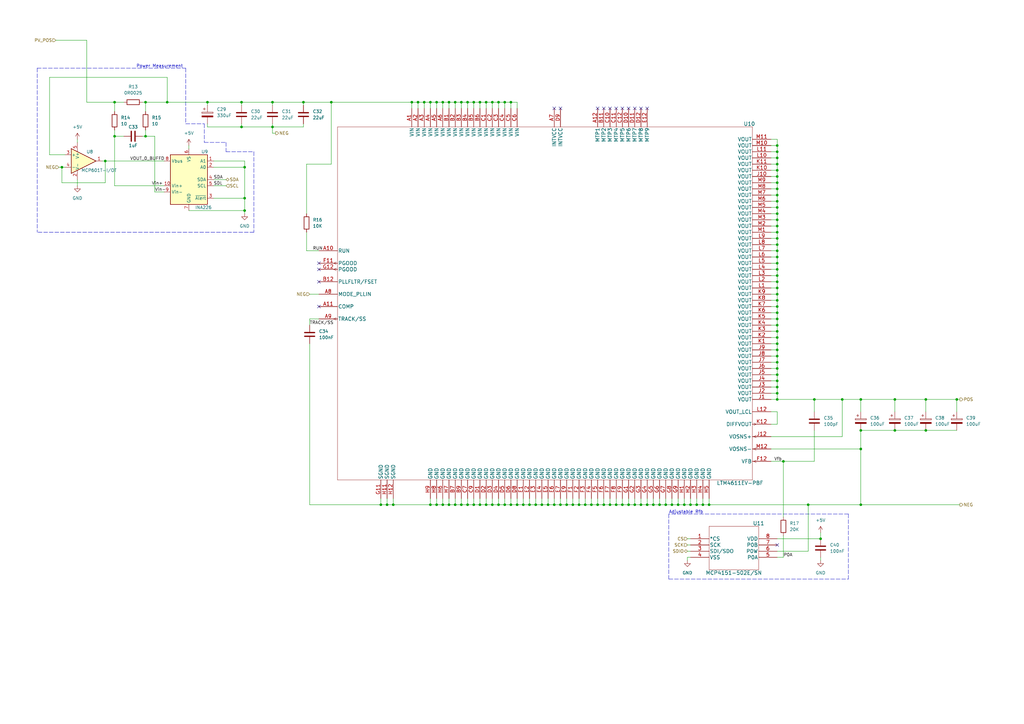
<source format=kicad_sch>
(kicad_sch (version 20211123) (generator eeschema)
  (paper "A3")
  (lib_symbols
    (symbol "Amplifier_Operational:MCP601-xOT" (pin_names (offset 0.127))
      (property "Reference" "U" (at -1.27 6.35 0))
      (property "Value" "MCP601-xOT" (at -1.27 3.81 0))
      (symbol "MCP601-xOT_0_1"
        (polyline (pts (xy -5.08 5.08) (xy 5.08 0) (xy -5.08 -5.08) (xy -5.08 5.08)) (stroke (width 0.254)) (fill (type background)))
        (pin power_in line (at -2.54 -7.62 90) (length 3.81) (name "V-") (number "2"))
        (pin power_in line (at -2.54 7.62 270) (length 3.81) (name "V+") (number "5"))
      )
      (symbol "MCP601-xOT_1_1"
        (pin output line (at 7.62 0 180) (length 2.54) (name "~") (number "1"))
        (pin input line (at -7.62 2.54 0) (length 2.54) (name "+") (number "3"))
        (pin input line (at -7.62 -2.54 0) (length 2.54) (name "-") (number "4"))
      )
    )
    (symbol "Analog_ADC:INA226"
      (property "Reference" "U" (at -6.35 11.43 0))
      (property "Value" "INA226" (at 3.81 11.43 0))
      (symbol "INA226_0_1"
        (rectangle (start 7.62 10.16) (end -7.62 -10.16) (stroke (width 0.254)) (fill (type background)))
      )
      (symbol "INA226_1_1"
        (pin input line (at 10.16 7.62 180) (length 2.54) (name "A1") (number "1"))
        (pin input line (at -10.16 -2.54 0) (length 2.54) (name "Vin+") (number "10"))
        (pin input line (at 10.16 5.08 180) (length 2.54) (name "A0") (number "2"))
        (pin open_collector line (at 10.16 -7.62 180) (length 2.54) (name "~{Alert}") (number "3"))
        (pin bidirectional line (at 10.16 0 180) (length 2.54) (name "SDA") (number "4"))
        (pin input line (at 10.16 -2.54 180) (length 2.54) (name "SCL") (number "5"))
        (pin power_in line (at 0 12.7 270) (length 2.54) (name "VS") (number "6"))
        (pin power_in line (at 0 -12.7 90) (length 2.54) (name "GND") (number "7"))
        (pin input line (at -10.16 7.62 0) (length 2.54) (name "Vbus") (number "8"))
        (pin input line (at -10.16 -5.08 0) (length 2.54) (name "Vin-") (number "9"))
      )
    )
    (symbol "Device:C" (pin_numbers hide) (pin_names (offset 0.254))
      (property "Reference" "C" (at 0.635 2.54 0))
      (property "Value" "C" (at 0.635 -2.54 0))
      (symbol "C_0_1"
        (polyline (pts (xy -2.032 -0.762) (xy 2.032 -0.762)) (stroke (width 0.508)))
        (polyline (pts (xy -2.032 0.762) (xy 2.032 0.762)) (stroke (width 0.508)))
      )
      (symbol "C_1_1"
        (pin passive line (at 0 3.81 270) (length 2.794) (name "~") (number "1"))
        (pin passive line (at 0 -3.81 90) (length 2.794) (name "~") (number "2"))
      )
    )
    (symbol "Device:C_Polarized" (pin_numbers hide) (pin_names (offset 0.254))
      (property "Reference" "C" (at 0.635 2.54 0))
      (property "Value" "C_Polarized" (at 0.635 -2.54 0))
      (symbol "C_Polarized_0_1"
        (rectangle (start -2.286 0.508) (end 2.286 1.016))
        (polyline (pts (xy -1.778 2.286) (xy -0.762 2.286)))
        (polyline (pts (xy -1.27 2.794) (xy -1.27 1.778)))
        (rectangle (start 2.286 -0.508) (end -2.286 -1.016) (fill (type outline)))
      )
      (symbol "C_Polarized_1_1"
        (pin passive line (at 0 3.81 270) (length 2.794) (name "~") (number "1"))
        (pin passive line (at 0 -3.81 90) (length 2.794) (name "~") (number "2"))
      )
    )
    (symbol "Device:R" (pin_numbers hide) (pin_names (offset 0))
      (property "Reference" "R" (at 2.032 0 90))
      (property "Value" "R" (at 0 0 90))
      (symbol "R_0_1"
        (rectangle (start -1.016 -2.54) (end 1.016 2.54) (stroke (width 0.254)))
      )
      (symbol "R_1_1"
        (pin passive line (at 0 3.81 270) (length 1.27) (name "~") (number "1"))
        (pin passive line (at 0 -3.81 90) (length 1.27) (name "~") (number "2"))
      )
    )
    (symbol "LTM4611EV:LTM4611EV-PBF" (pin_names (offset 0.254))
      (property "Reference" "U" (at 7.62 55.88 0))
      (property "Value" "LTM4611EV-PBF" (at 7.62 53.34 0))
      (symbol "LTM4611EV-PBF_1_1"
        (polyline (pts (xy 7.112 -28.448) (xy 6.0452 -27.94)) (stroke (width 0.127)))
        (polyline (pts (xy 7.112 -27.432) (xy 6.0452 -27.94)) (stroke (width 0.127)))
        (polyline (pts (xy 7.112 -8.128) (xy 6.0452 -7.62)) (stroke (width 0.127)))
        (polyline (pts (xy 7.112 -7.112) (xy 6.0452 -7.62)) (stroke (width 0.127)))
        (polyline (pts (xy 7.112 -5.588) (xy 6.0452 -5.08)) (stroke (width 0.127)))
        (polyline (pts (xy 7.112 -4.572) (xy 6.0452 -5.08)) (stroke (width 0.127)))
        (polyline (pts (xy 7.62 -93.98) (xy 177.8 -93.98)) (stroke (width 0.127)))
        (polyline (pts (xy 7.62 50.8) (xy 7.62 -93.98)) (stroke (width 0.127)))
        (polyline (pts (xy 177.8 -93.98) (xy 177.8 50.8)) (stroke (width 0.127)))
        (polyline (pts (xy 177.8 50.8) (xy 7.62 50.8)) (stroke (width 0.127)))
        (polyline (pts (xy 178.308 -86.36) (xy 179.3748 -86.868)) (stroke (width 0.127)))
        (polyline (pts (xy 178.308 -86.36) (xy 179.3748 -85.852)) (stroke (width 0.127)))
        (polyline (pts (xy 178.308 -81.28) (xy 179.3748 -81.788)) (stroke (width 0.127)))
        (polyline (pts (xy 178.308 -81.28) (xy 179.3748 -80.772)) (stroke (width 0.127)))
        (polyline (pts (xy 178.308 -76.2) (xy 179.3748 -76.708)) (stroke (width 0.127)))
        (polyline (pts (xy 178.308 -76.2) (xy 179.3748 -75.692)) (stroke (width 0.127)))
        (polyline (pts (xy 178.308 -71.628) (xy 179.3748 -71.12)) (stroke (width 0.127)))
        (polyline (pts (xy 178.308 -70.612) (xy 179.3748 -71.12)) (stroke (width 0.127)))
        (pin power_in line (at 38.1 58.42 270) (length 7.62) (name "VIN") (number "A1"))
        (pin unspecified line (at 0 0 0) (length 7.62) (name "RUN") (number "A10"))
        (pin unspecified line (at 0 -22.86 0) (length 7.62) (name "COMP") (number "A11"))
        (pin unspecified line (at 114.3 58.42 270) (length 7.62) (name "MTP1") (number "A12"))
        (pin power_in line (at 40.64 58.42 270) (length 7.62) (name "VIN") (number "A2"))
        (pin power_in line (at 43.18 58.42 270) (length 7.62) (name "VIN") (number "A3"))
        (pin power_in line (at 45.72 58.42 270) (length 7.62) (name "VIN") (number "A4"))
        (pin power_in line (at 48.26 58.42 270) (length 7.62) (name "VIN") (number "A5"))
        (pin power_in line (at 50.8 58.42 270) (length 7.62) (name "VIN") (number "A6"))
        (pin power_in line (at 96.52 58.42 270) (length 7.62) (name "INTVCC") (number "A7"))
        (pin unspecified line (at 0 -17.78 0) (length 7.62) (name "MODE_PLLIN") (number "A8"))
        (pin output line (at 0 -27.94 0) (length 7.62) (name "TRACK/SS") (number "A9"))
        (pin power_in line (at 53.34 58.42 270) (length 7.62) (name "VIN") (number "B1"))
        (pin unspecified line (at 116.84 58.42 270) (length 7.62) (name "MTP2") (number "B11"))
        (pin unspecified line (at 0 -12.7 0) (length 7.62) (name "PLLFLTR/FSET") (number "B12"))
        (pin power_in line (at 55.88 58.42 270) (length 7.62) (name "VIN") (number "B2"))
        (pin power_in line (at 58.42 58.42 270) (length 7.62) (name "VIN") (number "B3"))
        (pin power_in line (at 60.96 58.42 270) (length 7.62) (name "VIN") (number "B4"))
        (pin power_in line (at 63.5 58.42 270) (length 7.62) (name "VIN") (number "B5"))
        (pin power_in line (at 66.04 58.42 270) (length 7.62) (name "VIN") (number "B6"))
        (pin power_in line (at 55.88 -101.6 90) (length 7.62) (name "GND") (number "B7"))
        (pin power_in line (at 58.42 -101.6 90) (length 7.62) (name "GND") (number "B9"))
        (pin power_in line (at 68.58 58.42 270) (length 7.62) (name "VIN") (number "C1"))
        (pin unspecified line (at 119.38 58.42 270) (length 7.62) (name "MTP3") (number "C10"))
        (pin unspecified line (at 121.92 58.42 270) (length 7.62) (name "MTP4") (number "C11"))
        (pin unspecified line (at 124.46 58.42 270) (length 7.62) (name "MTP5") (number "C12"))
        (pin power_in line (at 71.12 58.42 270) (length 7.62) (name "VIN") (number "C2"))
        (pin power_in line (at 73.66 58.42 270) (length 7.62) (name "VIN") (number "C3"))
        (pin power_in line (at 76.2 58.42 270) (length 7.62) (name "VIN") (number "C4"))
        (pin power_in line (at 78.74 58.42 270) (length 7.62) (name "VIN") (number "C5"))
        (pin power_in line (at 81.28 58.42 270) (length 7.62) (name "VIN") (number "C6"))
        (pin power_in line (at 60.96 -101.6 90) (length 7.62) (name "GND") (number "C7"))
        (pin power_in line (at 63.5 -101.6 90) (length 7.62) (name "GND") (number "C9"))
        (pin power_in line (at 66.04 -101.6 90) (length 7.62) (name "GND") (number "D1"))
        (pin unspecified line (at 127 58.42 270) (length 7.62) (name "MTP6") (number "D10"))
        (pin unspecified line (at 129.54 58.42 270) (length 7.62) (name "MTP7") (number "D11"))
        (pin unspecified line (at 132.08 58.42 270) (length 7.62) (name "MTP8") (number "D12"))
        (pin power_in line (at 68.58 -101.6 90) (length 7.62) (name "GND") (number "D2"))
        (pin power_in line (at 71.12 -101.6 90) (length 7.62) (name "GND") (number "D3"))
        (pin power_in line (at 73.66 -101.6 90) (length 7.62) (name "GND") (number "D4"))
        (pin power_in line (at 76.2 -101.6 90) (length 7.62) (name "GND") (number "D5"))
        (pin power_in line (at 78.74 -101.6 90) (length 7.62) (name "GND") (number "D6"))
        (pin power_in line (at 81.28 -101.6 90) (length 7.62) (name "GND") (number "D8"))
        (pin power_in line (at 99.06 58.42 270) (length 7.62) (name "INTVCC") (number "D9"))
        (pin power_in line (at 83.82 -101.6 90) (length 7.62) (name "GND") (number "E1"))
        (pin unspecified line (at 134.62 58.42 270) (length 7.62) (name "MTP9") (number "E12"))
        (pin power_in line (at 86.36 -101.6 90) (length 7.62) (name "GND") (number "E2"))
        (pin power_in line (at 88.9 -101.6 90) (length 7.62) (name "GND") (number "E3"))
        (pin power_in line (at 91.44 -101.6 90) (length 7.62) (name "GND") (number "E4"))
        (pin power_in line (at 93.98 -101.6 90) (length 7.62) (name "GND") (number "E5"))
        (pin power_in line (at 96.52 -101.6 90) (length 7.62) (name "GND") (number "E6"))
        (pin power_in line (at 99.06 -101.6 90) (length 7.62) (name "GND") (number "E7"))
        (pin power_in line (at 101.6 -101.6 90) (length 7.62) (name "GND") (number "E9"))
        (pin power_in line (at 104.14 -101.6 90) (length 7.62) (name "GND") (number "F1"))
        (pin output line (at 0 -5.08 0) (length 7.62) (name "PGOOD") (number "F11"))
        (pin input line (at 185.42 -86.36 180) (length 7.62) (name "VFB") (number "F12"))
        (pin power_in line (at 106.68 -101.6 90) (length 7.62) (name "GND") (number "F2"))
        (pin power_in line (at 109.22 -101.6 90) (length 7.62) (name "GND") (number "F3"))
        (pin power_in line (at 111.76 -101.6 90) (length 7.62) (name "GND") (number "F4"))
        (pin power_in line (at 114.3 -101.6 90) (length 7.62) (name "GND") (number "F5"))
        (pin power_in line (at 116.84 -101.6 90) (length 7.62) (name "GND") (number "F6"))
        (pin power_in line (at 119.38 -101.6 90) (length 7.62) (name "GND") (number "F7"))
        (pin power_in line (at 121.92 -101.6 90) (length 7.62) (name "GND") (number "F8"))
        (pin power_in line (at 124.46 -101.6 90) (length 7.62) (name "GND") (number "F9"))
        (pin power_in line (at 127 -101.6 90) (length 7.62) (name "GND") (number "G1"))
        (pin power_in line (at 25.4 -101.6 90) (length 7.62) (name "SGND") (number "G11"))
        (pin output line (at 0 -7.62 0) (length 7.62) (name "PGOOD") (number "G12"))
        (pin power_in line (at 129.54 -101.6 90) (length 7.62) (name "GND") (number "G2"))
        (pin power_in line (at 132.08 -101.6 90) (length 7.62) (name "GND") (number "G3"))
        (pin power_in line (at 134.62 -101.6 90) (length 7.62) (name "GND") (number "G4"))
        (pin power_in line (at 137.16 -101.6 90) (length 7.62) (name "GND") (number "G5"))
        (pin power_in line (at 139.7 -101.6 90) (length 7.62) (name "GND") (number "G6"))
        (pin power_in line (at 142.24 -101.6 90) (length 7.62) (name "GND") (number "G7"))
        (pin power_in line (at 144.78 -101.6 90) (length 7.62) (name "GND") (number "G8"))
        (pin power_in line (at 147.32 -101.6 90) (length 7.62) (name "GND") (number "G9"))
        (pin power_in line (at 149.86 -101.6 90) (length 7.62) (name "GND") (number "H1"))
        (pin power_in line (at 27.94 -101.6 90) (length 7.62) (name "SGND") (number "H11"))
        (pin power_in line (at 30.48 -101.6 90) (length 7.62) (name "SGND") (number "H12"))
        (pin power_in line (at 152.4 -101.6 90) (length 7.62) (name "GND") (number "H2"))
        (pin power_in line (at 154.94 -101.6 90) (length 7.62) (name "GND") (number "H3"))
        (pin power_in line (at 157.48 -101.6 90) (length 7.62) (name "GND") (number "H4"))
        (pin power_in line (at 160.02 -101.6 90) (length 7.62) (name "GND") (number "H5"))
        (pin power_in line (at 50.8 -101.6 90) (length 7.62) (name "GND") (number "H6"))
        (pin power_in line (at 53.34 -101.6 90) (length 7.62) (name "GND") (number "H7"))
        (pin power_in line (at 48.26 -101.6 90) (length 7.62) (name "GND") (number "H8"))
        (pin power_in line (at 45.72 -101.6 90) (length 7.62) (name "GND") (number "H9"))
        (pin power_in line (at 185.42 -60.96 180) (length 7.62) (name "VOUT") (number "J1"))
        (pin power_in line (at 185.42 30.48 180) (length 7.62) (name "VOUT") (number "J10"))
        (pin input line (at 185.42 -76.2 180) (length 7.62) (name "VOSNS+") (number "J12"))
        (pin power_in line (at 185.42 -58.42 180) (length 7.62) (name "VOUT") (number "J2"))
        (pin power_in line (at 185.42 -55.88 180) (length 7.62) (name "VOUT") (number "J3"))
        (pin power_in line (at 185.42 -53.34 180) (length 7.62) (name "VOUT") (number "J4"))
        (pin power_in line (at 185.42 -50.8 180) (length 7.62) (name "VOUT") (number "J5"))
        (pin power_in line (at 185.42 -48.26 180) (length 7.62) (name "VOUT") (number "J6"))
        (pin power_in line (at 185.42 -45.72 180) (length 7.62) (name "VOUT") (number "J7"))
        (pin power_in line (at 185.42 -43.18 180) (length 7.62) (name "VOUT") (number "J8"))
        (pin power_in line (at 185.42 -40.64 180) (length 7.62) (name "VOUT") (number "J9"))
        (pin power_in line (at 185.42 -38.1 180) (length 7.62) (name "VOUT") (number "K1"))
        (pin power_in line (at 185.42 33.02 180) (length 7.62) (name "VOUT") (number "K10"))
        (pin power_in line (at 185.42 35.56 180) (length 7.62) (name "VOUT") (number "K11"))
        (pin output line (at 185.42 -71.12 180) (length 7.62) (name "DIFFVOUT") (number "K12"))
        (pin power_in line (at 185.42 -35.56 180) (length 7.62) (name "VOUT") (number "K2"))
        (pin power_in line (at 185.42 -33.02 180) (length 7.62) (name "VOUT") (number "K3"))
        (pin power_in line (at 185.42 -30.48 180) (length 7.62) (name "VOUT") (number "K4"))
        (pin power_in line (at 185.42 -27.94 180) (length 7.62) (name "VOUT") (number "K5"))
        (pin power_in line (at 185.42 -25.4 180) (length 7.62) (name "VOUT") (number "K6"))
        (pin power_in line (at 185.42 -22.86 180) (length 7.62) (name "VOUT") (number "K7"))
        (pin power_in line (at 185.42 -20.32 180) (length 7.62) (name "VOUT") (number "K8"))
        (pin power_in line (at 185.42 -17.78 180) (length 7.62) (name "VOUT") (number "K9"))
        (pin power_in line (at 185.42 -15.24 180) (length 7.62) (name "VOUT") (number "L1"))
        (pin power_in line (at 185.42 38.1 180) (length 7.62) (name "VOUT") (number "L10"))
        (pin power_in line (at 185.42 40.64 180) (length 7.62) (name "VOUT") (number "L11"))
        (pin power_in line (at 185.42 -66.04 180) (length 7.62) (name "VOUT_LCL") (number "L12"))
        (pin power_in line (at 185.42 -12.7 180) (length 7.62) (name "VOUT") (number "L2"))
        (pin power_in line (at 185.42 -10.16 180) (length 7.62) (name "VOUT") (number "L3"))
        (pin power_in line (at 185.42 -7.62 180) (length 7.62) (name "VOUT") (number "L4"))
        (pin power_in line (at 185.42 -5.08 180) (length 7.62) (name "VOUT") (number "L5"))
        (pin power_in line (at 185.42 -2.54 180) (length 7.62) (name "VOUT") (number "L6"))
        (pin power_in line (at 185.42 0 180) (length 7.62) (name "VOUT") (number "L7"))
        (pin power_in line (at 185.42 2.54 180) (length 7.62) (name "VOUT") (number "L8"))
        (pin power_in line (at 185.42 5.08 180) (length 7.62) (name "VOUT") (number "L9"))
        (pin power_in line (at 185.42 7.62 180) (length 7.62) (name "VOUT") (number "M1"))
        (pin power_in line (at 185.42 43.18 180) (length 7.62) (name "VOUT") (number "M10"))
        (pin power_in line (at 185.42 45.72 180) (length 7.62) (name "VOUT") (number "M11"))
        (pin input line (at 185.42 -81.28 180) (length 7.62) (name "VOSNS-") (number "M12"))
        (pin power_in line (at 185.42 10.16 180) (length 7.62) (name "VOUT") (number "M2"))
        (pin power_in line (at 185.42 12.7 180) (length 7.62) (name "VOUT") (number "M3"))
        (pin power_in line (at 185.42 15.24 180) (length 7.62) (name "VOUT") (number "M4"))
        (pin power_in line (at 185.42 17.78 180) (length 7.62) (name "VOUT") (number "M5"))
        (pin power_in line (at 185.42 20.32 180) (length 7.62) (name "VOUT") (number "M6"))
        (pin power_in line (at 185.42 22.86 180) (length 7.62) (name "VOUT") (number "M7"))
        (pin power_in line (at 185.42 25.4 180) (length 7.62) (name "VOUT") (number "M8"))
        (pin power_in line (at 185.42 27.94 180) (length 7.62) (name "VOUT") (number "M9"))
      )
    )
    (symbol "MCP4151:MCP4151-502E{slash}SN" (pin_names (offset 0.254))
      (property "Reference" "U?" (at 48.26 11.43 0))
      (property "Value" "MCP4151-502E/SN" (at 48.26 7.62 0))
      (symbol "MCP4151-502E{slash}SN_1_1"
        (polyline (pts (xy 38.1 -12.7) (xy 58.42 -12.7)) (stroke (width 0.127)))
        (polyline (pts (xy 38.1 5.08) (xy 38.1 -12.7)) (stroke (width 0.127)))
        (polyline (pts (xy 58.42 -12.7) (xy 58.42 5.08)) (stroke (width 0.127)))
        (polyline (pts (xy 58.42 5.08) (xy 38.1 5.08)) (stroke (width 0.127)))
        (pin unspecified line (at 30.48 0 0) (length 7.62) (name "*CS") (number "1"))
        (pin unspecified line (at 30.48 -2.54 0) (length 7.62) (name "SCK") (number "2"))
        (pin unspecified line (at 30.48 -5.08 0) (length 7.62) (name "SDI/SDO") (number "3"))
        (pin unspecified line (at 30.48 -7.62 0) (length 7.62) (name "VSS") (number "4"))
        (pin unspecified line (at 66.04 -7.62 180) (length 7.62) (name "P0A") (number "5"))
        (pin unspecified line (at 66.04 -5.08 180) (length 7.62) (name "P0W") (number "6"))
        (pin unspecified line (at 66.04 -2.54 180) (length 7.62) (name "P0B") (number "7"))
        (pin unspecified line (at 66.04 0 180) (length 7.62) (name "VDD") (number "8"))
      )
    )
    (symbol "power:+5V" (power) (pin_names (offset 0))
      (property "Value" "+5V" (at 0 3.556 0))
      (symbol "+5V_0_1"
        (polyline (pts (xy -0.762 1.27) (xy 0 2.54)))
        (polyline (pts (xy 0 0) (xy 0 2.54)))
        (polyline (pts (xy 0 2.54) (xy 0.762 1.27)))
      )
      (symbol "+5V_1_1"
        (pin power_in line (at 0 0 90) (length 0) hide (name "+5V") (number "1"))
      )
    )
    (symbol "power:GND" (power) (pin_names (offset 0))
      (property "Value" "GND" (at 0 -3.81 0))
      (symbol "GND_0_1"
        (polyline (pts (xy 0 0) (xy 0 -1.27) (xy 1.27 -1.27) (xy 0 -2.54) (xy -1.27 -1.27) (xy 0 -1.27)))
      )
      (symbol "GND_1_1"
        (pin power_in line (at 0 0 270) (length 0) hide (name "GND") (number "1"))
      )
    )
  )
  (junction (at 270.51 207.01))
  (junction (at 111.76 41.91))
  (junction (at 68.58 41.91))
  (junction (at 168.91 41.91))
  (junction (at 318.77 151.13))
  (junction (at 189.23 207.01))
  (junction (at 318.77 80.01))
  (junction (at 189.23 41.91))
  (junction (at 201.93 41.91))
  (junction (at 59.69 55.88))
  (junction (at 194.31 207.01))
  (junction (at 318.77 105.41))
  (junction (at 367.03 163.83))
  (junction (at 124.46 41.91))
  (junction (at 158.75 207.01))
  (junction (at 199.39 207.01))
  (junction (at 318.77 158.75))
  (junction (at 191.77 207.01))
  (junction (at 59.69 41.91))
  (junction (at 209.55 41.91))
  (junction (at 229.87 207.01))
  (junction (at 318.77 146.05))
  (junction (at 318.77 77.47))
  (junction (at 285.75 207.01))
  (junction (at 199.39 41.91))
  (junction (at 250.19 207.01))
  (junction (at 255.27 207.01))
  (junction (at 186.69 41.91))
  (junction (at 334.01 163.83))
  (junction (at 318.77 69.85))
  (junction (at 345.44 163.83))
  (junction (at 43.18 66.04))
  (junction (at 331.47 207.01))
  (junction (at 318.77 95.25))
  (junction (at 318.77 67.31))
  (junction (at 135.89 41.91))
  (junction (at 353.06 207.01))
  (junction (at 353.06 176.53))
  (junction (at 219.71 207.01))
  (junction (at 262.89 207.01))
  (junction (at 100.33 68.58))
  (junction (at 247.65 207.01))
  (junction (at 207.01 207.01))
  (junction (at 25.4 68.58))
  (junction (at 176.53 41.91))
  (junction (at 318.77 123.19))
  (junction (at 245.11 207.01))
  (junction (at 318.77 138.43))
  (junction (at 237.49 207.01))
  (junction (at 234.95 207.01))
  (junction (at 318.77 59.69))
  (junction (at 204.47 207.01))
  (junction (at 273.05 207.01))
  (junction (at 288.29 207.01))
  (junction (at 283.21 207.01))
  (junction (at 186.69 207.01))
  (junction (at 179.07 41.91))
  (junction (at 173.99 41.91))
  (junction (at 318.77 120.65))
  (junction (at 318.77 97.79))
  (junction (at 171.45 41.91))
  (junction (at 318.77 62.23))
  (junction (at 222.25 207.01))
  (junction (at 184.15 41.91))
  (junction (at 318.77 72.39))
  (junction (at 353.06 163.83))
  (junction (at 252.73 207.01))
  (junction (at 318.77 161.29))
  (junction (at 111.76 52.07))
  (junction (at 280.67 207.01))
  (junction (at 318.77 163.83))
  (junction (at 85.09 41.91))
  (junction (at 318.77 153.67))
  (junction (at 318.77 133.35))
  (junction (at 336.55 220.98))
  (junction (at 290.83 207.01))
  (junction (at 227.33 207.01))
  (junction (at 207.01 41.91))
  (junction (at 156.21 207.01))
  (junction (at 46.99 41.91))
  (junction (at 161.29 207.01))
  (junction (at 318.77 143.51))
  (junction (at 318.77 115.57))
  (junction (at 321.31 189.23))
  (junction (at 318.77 74.93))
  (junction (at 267.97 207.01))
  (junction (at 99.06 52.07))
  (junction (at 46.99 55.88))
  (junction (at 201.93 207.01))
  (junction (at 318.77 64.77))
  (junction (at 318.77 128.27))
  (junction (at 196.85 207.01))
  (junction (at 212.09 207.01))
  (junction (at 275.59 207.01))
  (junction (at 242.57 207.01))
  (junction (at 209.55 207.01))
  (junction (at 176.53 207.01))
  (junction (at 217.17 207.01))
  (junction (at 353.06 184.15))
  (junction (at 318.77 130.81))
  (junction (at 196.85 41.91))
  (junction (at 318.77 102.87))
  (junction (at 318.77 148.59))
  (junction (at 100.33 81.28))
  (junction (at 214.63 207.01))
  (junction (at 318.77 82.55))
  (junction (at 318.77 140.97))
  (junction (at 260.35 207.01))
  (junction (at 232.41 207.01))
  (junction (at 318.77 118.11))
  (junction (at 379.73 176.53))
  (junction (at 99.06 41.91))
  (junction (at 257.81 207.01))
  (junction (at 181.61 207.01))
  (junction (at 379.73 163.83))
  (junction (at 204.47 41.91))
  (junction (at 318.77 92.71))
  (junction (at 318.77 135.89))
  (junction (at 367.03 176.53))
  (junction (at 224.79 207.01))
  (junction (at 318.77 113.03))
  (junction (at 179.07 207.01))
  (junction (at 318.77 125.73))
  (junction (at 181.61 41.91))
  (junction (at 318.77 90.17))
  (junction (at 191.77 41.91))
  (junction (at 318.77 110.49))
  (junction (at 318.77 87.63))
  (junction (at 240.03 207.01))
  (junction (at 318.77 156.21))
  (junction (at 194.31 41.91))
  (junction (at 278.13 207.01))
  (junction (at 100.33 86.36))
  (junction (at 318.77 85.09))
  (junction (at 318.77 100.33))
  (junction (at 392.43 163.83))
  (junction (at 184.15 207.01))
  (junction (at 265.43 207.01))
  (junction (at 318.77 107.95))
  (no_connect (at 255.27 44.45))
  (no_connect (at 252.73 44.45))
  (no_connect (at 250.19 44.45))
  (no_connect (at 245.11 44.45))
  (no_connect (at 130.81 107.95))
  (no_connect (at 227.33 44.45))
  (no_connect (at 247.65 44.45))
  (no_connect (at 130.81 125.73))
  (no_connect (at 262.89 44.45))
  (no_connect (at 257.81 44.45))
  (no_connect (at 265.43 44.45))
  (no_connect (at 130.81 115.57))
  (no_connect (at 260.35 44.45))
  (no_connect (at 318.77 223.52))
  (no_connect (at 130.81 110.49))
  (no_connect (at 229.87 44.45))
  (wire (pts (xy 318.77 228.6) (xy 321.31 228.6)))
  (wire (pts (xy 281.94 229.87) (xy 281.94 228.6)))
  (wire (pts (xy 25.4 74.93) (xy 25.4 68.58)))
  (wire (pts (xy 229.87 207.01) (xy 232.41 207.01)))
  (wire (pts (xy 189.23 41.91) (xy 189.23 44.45)))
  (wire (pts (xy 219.71 207.01) (xy 222.25 207.01)))
  (wire (pts (xy 318.77 163.83) (xy 316.23 163.83)))
  (wire (pts (xy 209.55 207.01) (xy 212.09 207.01)))
  (wire (pts (xy 191.77 41.91) (xy 194.31 41.91)))
  (wire (pts (xy 316.23 140.97) (xy 318.77 140.97)))
  (wire (pts (xy 168.91 44.45) (xy 168.91 41.91)))
  (wire (pts (xy 353.06 207.01) (xy 393.7 207.01)))
  (wire (pts (xy 288.29 207.01) (xy 290.83 207.01)))
  (wire (pts (xy 252.73 207.01) (xy 255.27 207.01)))
  (polyline (pts (xy 83.82 58.42) (xy 92.71 58.42)))
  (wire (pts (xy 316.23 130.81) (xy 318.77 130.81)))
  (wire (pts (xy 179.07 41.91) (xy 179.07 44.45)))
  (wire (pts (xy 316.23 59.69) (xy 318.77 59.69)))
  (wire (pts (xy 222.25 207.01) (xy 224.79 207.01)))
  (wire (pts (xy 316.23 151.13) (xy 318.77 151.13)))
  (wire (pts (xy 345.44 163.83) (xy 353.06 163.83)))
  (wire (pts (xy 318.77 95.25) (xy 318.77 97.79)))
  (polyline (pts (xy 104.14 95.25) (xy 15.24 95.25)))
  (wire (pts (xy 68.58 41.91) (xy 68.58 31.75)))
  (wire (pts (xy 173.99 41.91) (xy 173.99 44.45)))
  (wire (pts (xy 46.99 76.2) (xy 46.99 55.88)))
  (wire (pts (xy 176.53 207.01) (xy 179.07 207.01)))
  (wire (pts (xy 186.69 41.91) (xy 186.69 44.45)))
  (wire (pts (xy 265.43 207.01) (xy 267.97 207.01)))
  (wire (pts (xy 316.23 110.49) (xy 318.77 110.49)))
  (wire (pts (xy 214.63 204.47) (xy 214.63 207.01)))
  (wire (pts (xy 318.77 140.97) (xy 318.77 143.51)))
  (wire (pts (xy 171.45 41.91) (xy 171.45 44.45)))
  (wire (pts (xy 85.09 52.07) (xy 99.06 52.07)))
  (wire (pts (xy 316.23 67.31) (xy 318.77 67.31)))
  (wire (pts (xy 124.46 41.91) (xy 124.46 43.18)))
  (wire (pts (xy 316.23 184.15) (xy 353.06 184.15)))
  (wire (pts (xy 316.23 168.91) (xy 318.77 168.91)))
  (wire (pts (xy 99.06 52.07) (xy 111.76 52.07)))
  (wire (pts (xy 184.15 204.47) (xy 184.15 207.01)))
  (polyline (pts (xy 92.71 62.23) (xy 104.14 62.23)))
  (wire (pts (xy 168.91 41.91) (xy 171.45 41.91)))
  (wire (pts (xy 46.99 41.91) (xy 46.99 45.72)))
  (wire (pts (xy 111.76 52.07) (xy 124.46 52.07)))
  (wire (pts (xy 285.75 204.47) (xy 285.75 207.01)))
  (wire (pts (xy 212.09 207.01) (xy 214.63 207.01)))
  (polyline (pts (xy 83.82 50.8) (xy 83.82 58.42)))
  (wire (pts (xy 316.23 100.33) (xy 318.77 100.33)))
  (wire (pts (xy 127 130.81) (xy 130.81 130.81)))
  (wire (pts (xy 99.06 41.91) (xy 99.06 43.18)))
  (wire (pts (xy 186.69 207.01) (xy 189.23 207.01)))
  (wire (pts (xy 207.01 41.91) (xy 207.01 44.45)))
  (wire (pts (xy 59.69 41.91) (xy 68.58 41.91)))
  (wire (pts (xy 316.23 125.73) (xy 318.77 125.73)))
  (wire (pts (xy 68.58 31.75) (xy 20.32 31.75)))
  (wire (pts (xy 316.23 156.21) (xy 318.77 156.21)))
  (wire (pts (xy 318.77 69.85) (xy 318.77 72.39)))
  (wire (pts (xy 59.69 55.88) (xy 59.69 53.34)))
  (wire (pts (xy 59.69 41.91) (xy 59.69 45.72)))
  (wire (pts (xy 124.46 50.8) (xy 124.46 52.07)))
  (wire (pts (xy 318.77 102.87) (xy 318.77 105.41)))
  (wire (pts (xy 127 207.01) (xy 156.21 207.01)))
  (wire (pts (xy 288.29 204.47) (xy 288.29 207.01)))
  (wire (pts (xy 318.77 59.69) (xy 318.77 62.23)))
  (wire (pts (xy 281.94 220.98) (xy 283.21 220.98)))
  (wire (pts (xy 245.11 204.47) (xy 245.11 207.01)))
  (wire (pts (xy 201.93 41.91) (xy 204.47 41.91)))
  (wire (pts (xy 46.99 76.2) (xy 67.31 76.2)))
  (wire (pts (xy 262.89 207.01) (xy 265.43 207.01)))
  (wire (pts (xy 318.77 130.81) (xy 318.77 133.35)))
  (wire (pts (xy 255.27 207.01) (xy 257.81 207.01)))
  (wire (pts (xy 334.01 163.83) (xy 334.01 168.91)))
  (wire (pts (xy 318.77 72.39) (xy 318.77 74.93)))
  (wire (pts (xy 234.95 207.01) (xy 237.49 207.01)))
  (wire (pts (xy 85.09 41.91) (xy 85.09 43.18)))
  (wire (pts (xy 318.77 128.27) (xy 318.77 130.81)))
  (wire (pts (xy 267.97 204.47) (xy 267.97 207.01)))
  (wire (pts (xy 100.33 86.36) (xy 100.33 87.63)))
  (wire (pts (xy 281.94 228.6) (xy 283.21 228.6)))
  (wire (pts (xy 321.31 189.23) (xy 321.31 212.09)))
  (wire (pts (xy 275.59 204.47) (xy 275.59 207.01)))
  (wire (pts (xy 247.65 204.47) (xy 247.65 207.01)))
  (wire (pts (xy 345.44 179.07) (xy 345.44 163.83)))
  (wire (pts (xy 194.31 207.01) (xy 196.85 207.01)))
  (wire (pts (xy 353.06 184.15) (xy 353.06 207.01)))
  (wire (pts (xy 318.77 158.75) (xy 318.77 161.29)))
  (wire (pts (xy 212.09 41.91) (xy 212.09 44.45)))
  (wire (pts (xy 31.75 57.15) (xy 31.75 58.42)))
  (wire (pts (xy 181.61 204.47) (xy 181.61 207.01)))
  (wire (pts (xy 318.77 151.13) (xy 318.77 153.67)))
  (wire (pts (xy 179.07 204.47) (xy 179.07 207.01)))
  (wire (pts (xy 379.73 163.83) (xy 379.73 168.91)))
  (wire (pts (xy 316.23 143.51) (xy 318.77 143.51)))
  (wire (pts (xy 24.13 68.58) (xy 25.4 68.58)))
  (wire (pts (xy 194.31 41.91) (xy 196.85 41.91)))
  (wire (pts (xy 318.77 80.01) (xy 318.77 82.55)))
  (wire (pts (xy 41.91 66.04) (xy 43.18 66.04)))
  (wire (pts (xy 240.03 204.47) (xy 240.03 207.01)))
  (wire (pts (xy 316.23 128.27) (xy 318.77 128.27)))
  (wire (pts (xy 222.25 204.47) (xy 222.25 207.01)))
  (wire (pts (xy 125.73 95.25) (xy 125.73 102.87)))
  (wire (pts (xy 58.42 55.88) (xy 59.69 55.88)))
  (wire (pts (xy 158.75 207.01) (xy 156.21 207.01)))
  (wire (pts (xy 318.77 125.73) (xy 318.77 128.27)))
  (wire (pts (xy 196.85 41.91) (xy 196.85 44.45)))
  (wire (pts (xy 46.99 53.34) (xy 46.99 55.88)))
  (wire (pts (xy 58.42 41.91) (xy 59.69 41.91)))
  (wire (pts (xy 111.76 41.91) (xy 111.76 43.18)))
  (wire (pts (xy 43.18 66.04) (xy 43.18 74.93)))
  (wire (pts (xy 184.15 41.91) (xy 184.15 44.45)))
  (wire (pts (xy 318.77 87.63) (xy 318.77 90.17)))
  (wire (pts (xy 318.77 110.49) (xy 318.77 113.03)))
  (wire (pts (xy 367.03 176.53) (xy 379.73 176.53)))
  (polyline (pts (xy 347.98 210.82) (xy 274.32 210.82)))
  (wire (pts (xy 201.93 207.01) (xy 204.47 207.01)))
  (wire (pts (xy 43.18 66.04) (xy 67.31 66.04)))
  (wire (pts (xy 199.39 41.91) (xy 201.93 41.91)))
  (wire (pts (xy 280.67 204.47) (xy 280.67 207.01)))
  (wire (pts (xy 316.23 148.59) (xy 318.77 148.59)))
  (wire (pts (xy 20.32 63.5) (xy 26.67 63.5)))
  (wire (pts (xy 111.76 41.91) (xy 124.46 41.91)))
  (polyline (pts (xy 274.32 210.82) (xy 274.32 237.49)))
  (wire (pts (xy 184.15 41.91) (xy 186.69 41.91)))
  (wire (pts (xy 316.23 64.77) (xy 318.77 64.77)))
  (wire (pts (xy 273.05 207.01) (xy 275.59 207.01)))
  (wire (pts (xy 252.73 204.47) (xy 252.73 207.01)))
  (polyline (pts (xy 15.24 27.94) (xy 76.2 27.94)))
  (wire (pts (xy 318.77 115.57) (xy 318.77 118.11)))
  (polyline (pts (xy 274.32 237.49) (xy 347.98 237.49)))
  (wire (pts (xy 316.23 82.55) (xy 318.77 82.55)))
  (wire (pts (xy 87.63 81.28) (xy 100.33 81.28)))
  (wire (pts (xy 318.77 173.99) (xy 318.77 168.91)))
  (wire (pts (xy 336.55 228.6) (xy 336.55 229.87)))
  (wire (pts (xy 316.23 123.19) (xy 318.77 123.19)))
  (wire (pts (xy 267.97 207.01) (xy 270.51 207.01)))
  (wire (pts (xy 275.59 207.01) (xy 278.13 207.01)))
  (wire (pts (xy 318.77 100.33) (xy 318.77 102.87)))
  (wire (pts (xy 181.61 41.91) (xy 181.61 44.45)))
  (wire (pts (xy 316.23 85.09) (xy 318.77 85.09)))
  (wire (pts (xy 318.77 113.03) (xy 318.77 115.57)))
  (wire (pts (xy 250.19 207.01) (xy 252.73 207.01)))
  (wire (pts (xy 242.57 207.01) (xy 245.11 207.01)))
  (wire (pts (xy 229.87 204.47) (xy 229.87 207.01)))
  (wire (pts (xy 318.77 120.65) (xy 318.77 123.19)))
  (wire (pts (xy 161.29 204.47) (xy 161.29 207.01)))
  (wire (pts (xy 392.43 163.83) (xy 393.7 163.83)))
  (wire (pts (xy 214.63 207.01) (xy 217.17 207.01)))
  (wire (pts (xy 191.77 204.47) (xy 191.77 207.01)))
  (wire (pts (xy 224.79 207.01) (xy 227.33 207.01)))
  (wire (pts (xy 257.81 204.47) (xy 257.81 207.01)))
  (wire (pts (xy 353.06 163.83) (xy 353.06 168.91)))
  (wire (pts (xy 63.5 55.88) (xy 59.69 55.88)))
  (wire (pts (xy 237.49 204.47) (xy 237.49 207.01)))
  (wire (pts (xy 278.13 204.47) (xy 278.13 207.01)))
  (wire (pts (xy 316.23 146.05) (xy 318.77 146.05)))
  (wire (pts (xy 204.47 41.91) (xy 207.01 41.91)))
  (wire (pts (xy 316.23 161.29) (xy 318.77 161.29)))
  (wire (pts (xy 242.57 204.47) (xy 242.57 207.01)))
  (wire (pts (xy 176.53 204.47) (xy 176.53 207.01)))
  (wire (pts (xy 217.17 204.47) (xy 217.17 207.01)))
  (wire (pts (xy 181.61 207.01) (xy 184.15 207.01)))
  (polyline (pts (xy 15.24 27.94) (xy 15.24 95.25)))
  (wire (pts (xy 318.77 118.11) (xy 318.77 120.65)))
  (wire (pts (xy 99.06 41.91) (xy 111.76 41.91)))
  (wire (pts (xy 318.77 163.83) (xy 334.01 163.83)))
  (wire (pts (xy 196.85 207.01) (xy 199.39 207.01)))
  (wire (pts (xy 68.58 41.91) (xy 85.09 41.91)))
  (wire (pts (xy 100.33 66.04) (xy 100.33 68.58)))
  (wire (pts (xy 283.21 207.01) (xy 285.75 207.01)))
  (wire (pts (xy 22.86 16.51) (xy 35.56 16.51)))
  (wire (pts (xy 179.07 207.01) (xy 181.61 207.01)))
  (wire (pts (xy 285.75 207.01) (xy 288.29 207.01)))
  (wire (pts (xy 199.39 41.91) (xy 199.39 44.45)))
  (wire (pts (xy 46.99 41.91) (xy 50.8 41.91)))
  (wire (pts (xy 316.23 179.07) (xy 345.44 179.07)))
  (wire (pts (xy 135.89 41.91) (xy 168.91 41.91)))
  (wire (pts (xy 316.23 113.03) (xy 318.77 113.03)))
  (wire (pts (xy 316.23 77.47) (xy 318.77 77.47)))
  (wire (pts (xy 318.77 226.06) (xy 331.47 226.06)))
  (wire (pts (xy 318.77 161.29) (xy 318.77 163.83)))
  (wire (pts (xy 316.23 95.25) (xy 318.77 95.25)))
  (wire (pts (xy 262.89 204.47) (xy 262.89 207.01)))
  (wire (pts (xy 194.31 41.91) (xy 194.31 44.45)))
  (wire (pts (xy 179.07 41.91) (xy 181.61 41.91)))
  (wire (pts (xy 111.76 54.61) (xy 113.03 54.61)))
  (wire (pts (xy 316.23 118.11) (xy 318.77 118.11)))
  (wire (pts (xy 100.33 68.58) (xy 100.33 81.28)))
  (wire (pts (xy 125.73 67.31) (xy 135.89 67.31)))
  (wire (pts (xy 316.23 153.67) (xy 318.77 153.67)))
  (wire (pts (xy 316.23 62.23) (xy 318.77 62.23)))
  (wire (pts (xy 316.23 105.41) (xy 318.77 105.41)))
  (wire (pts (xy 207.01 204.47) (xy 207.01 207.01)))
  (wire (pts (xy 194.31 204.47) (xy 194.31 207.01)))
  (wire (pts (xy 316.23 97.79) (xy 318.77 97.79)))
  (wire (pts (xy 273.05 204.47) (xy 273.05 207.01)))
  (wire (pts (xy 318.77 107.95) (xy 318.77 110.49)))
  (wire (pts (xy 227.33 204.47) (xy 227.33 207.01)))
  (wire (pts (xy 318.77 92.71) (xy 318.77 95.25)))
  (wire (pts (xy 318.77 57.15) (xy 318.77 59.69)))
  (wire (pts (xy 85.09 41.91) (xy 99.06 41.91)))
  (wire (pts (xy 77.47 59.69) (xy 77.47 60.96)))
  (wire (pts (xy 219.71 204.47) (xy 219.71 207.01)))
  (wire (pts (xy 245.11 207.01) (xy 247.65 207.01)))
  (wire (pts (xy 316.23 102.87) (xy 318.77 102.87)))
  (wire (pts (xy 260.35 207.01) (xy 262.89 207.01)))
  (wire (pts (xy 204.47 41.91) (xy 204.47 44.45)))
  (wire (pts (xy 318.77 97.79) (xy 318.77 100.33)))
  (wire (pts (xy 124.46 41.91) (xy 135.89 41.91)))
  (wire (pts (xy 281.94 223.52) (xy 283.21 223.52)))
  (polyline (pts (xy 76.2 50.8) (xy 83.82 50.8)))
  (wire (pts (xy 318.77 105.41) (xy 318.77 107.95)))
  (wire (pts (xy 191.77 207.01) (xy 194.31 207.01)))
  (wire (pts (xy 111.76 50.8) (xy 111.76 52.07)))
  (wire (pts (xy 316.23 87.63) (xy 318.77 87.63)))
  (wire (pts (xy 201.93 204.47) (xy 201.93 207.01)))
  (polyline (pts (xy 92.71 58.42) (xy 92.71 62.23)))
  (wire (pts (xy 247.65 207.01) (xy 250.19 207.01)))
  (wire (pts (xy 331.47 207.01) (xy 353.06 207.01)))
  (wire (pts (xy 199.39 204.47) (xy 199.39 207.01)))
  (wire (pts (xy 316.23 133.35) (xy 318.77 133.35)))
  (wire (pts (xy 232.41 204.47) (xy 232.41 207.01)))
  (wire (pts (xy 321.31 219.71) (xy 321.31 228.6)))
  (wire (pts (xy 176.53 207.01) (xy 161.29 207.01)))
  (wire (pts (xy 367.03 163.83) (xy 367.03 168.91)))
  (wire (pts (xy 63.5 78.74) (xy 67.31 78.74)))
  (wire (pts (xy 20.32 31.75) (xy 20.32 63.5)))
  (wire (pts (xy 353.06 176.53) (xy 353.06 184.15)))
  (wire (pts (xy 127 120.65) (xy 130.81 120.65)))
  (wire (pts (xy 283.21 204.47) (xy 283.21 207.01)))
  (wire (pts (xy 99.06 50.8) (xy 99.06 52.07)))
  (wire (pts (xy 196.85 41.91) (xy 199.39 41.91)))
  (wire (pts (xy 318.77 135.89) (xy 318.77 138.43)))
  (wire (pts (xy 318.77 146.05) (xy 318.77 148.59)))
  (wire (pts (xy 281.94 226.06) (xy 283.21 226.06)))
  (wire (pts (xy 25.4 74.93) (xy 43.18 74.93)))
  (wire (pts (xy 318.77 62.23) (xy 318.77 64.77)))
  (wire (pts (xy 318.77 123.19) (xy 318.77 125.73)))
  (wire (pts (xy 240.03 207.01) (xy 242.57 207.01)))
  (wire (pts (xy 316.23 138.43) (xy 318.77 138.43)))
  (wire (pts (xy 125.73 102.87) (xy 130.81 102.87)))
  (wire (pts (xy 232.41 207.01) (xy 234.95 207.01)))
  (wire (pts (xy 316.23 92.71) (xy 318.77 92.71)))
  (wire (pts (xy 321.31 189.23) (xy 334.01 189.23)))
  (wire (pts (xy 280.67 207.01) (xy 283.21 207.01)))
  (wire (pts (xy 184.15 207.01) (xy 186.69 207.01)))
  (wire (pts (xy 278.13 207.01) (xy 280.67 207.01)))
  (wire (pts (xy 46.99 55.88) (xy 50.8 55.88)))
  (wire (pts (xy 331.47 226.06) (xy 331.47 207.01)))
  (wire (pts (xy 316.23 120.65) (xy 318.77 120.65)))
  (wire (pts (xy 316.23 107.95) (xy 318.77 107.95)))
  (wire (pts (xy 318.77 156.21) (xy 318.77 158.75)))
  (wire (pts (xy 156.21 204.47) (xy 156.21 207.01)))
  (wire (pts (xy 31.75 73.66) (xy 31.75 76.2)))
  (wire (pts (xy 316.23 80.01) (xy 318.77 80.01)))
  (wire (pts (xy 135.89 67.31) (xy 135.89 41.91)))
  (wire (pts (xy 316.23 57.15) (xy 318.77 57.15)))
  (wire (pts (xy 318.77 82.55) (xy 318.77 85.09)))
  (wire (pts (xy 158.75 204.47) (xy 158.75 207.01)))
  (wire (pts (xy 224.79 204.47) (xy 224.79 207.01)))
  (wire (pts (xy 181.61 41.91) (xy 184.15 41.91)))
  (wire (pts (xy 209.55 41.91) (xy 209.55 44.45)))
  (wire (pts (xy 318.77 64.77) (xy 318.77 67.31)))
  (wire (pts (xy 204.47 207.01) (xy 207.01 207.01)))
  (wire (pts (xy 196.85 204.47) (xy 196.85 207.01)))
  (polyline (pts (xy 76.2 27.94) (xy 76.2 50.8)))
  (wire (pts (xy 87.63 66.04) (xy 100.33 66.04)))
  (wire (pts (xy 209.55 41.91) (xy 212.09 41.91)))
  (wire (pts (xy 100.33 81.28) (xy 100.33 86.36)))
  (wire (pts (xy 260.35 204.47) (xy 260.35 207.01)))
  (wire (pts (xy 316.23 115.57) (xy 318.77 115.57)))
  (wire (pts (xy 316.23 173.99) (xy 318.77 173.99)))
  (wire (pts (xy 392.43 163.83) (xy 392.43 168.91)))
  (wire (pts (xy 318.77 143.51) (xy 318.77 146.05)))
  (polyline (pts (xy 104.14 62.23) (xy 104.14 95.25)))
  (wire (pts (xy 191.77 41.91) (xy 191.77 44.45)))
  (wire (pts (xy 227.33 207.01) (xy 229.87 207.01)))
  (wire (pts (xy 316.23 135.89) (xy 318.77 135.89)))
  (wire (pts (xy 270.51 204.47) (xy 270.51 207.01)))
  (wire (pts (xy 290.83 204.47) (xy 290.83 207.01)))
  (wire (pts (xy 334.01 163.83) (xy 345.44 163.83)))
  (wire (pts (xy 270.51 207.01) (xy 273.05 207.01)))
  (wire (pts (xy 234.95 204.47) (xy 234.95 207.01)))
  (wire (pts (xy 199.39 207.01) (xy 201.93 207.01)))
  (wire (pts (xy 87.63 73.66) (xy 92.71 73.66)))
  (wire (pts (xy 85.09 50.8) (xy 85.09 52.07)))
  (wire (pts (xy 87.63 68.58) (xy 100.33 68.58)))
  (wire (pts (xy 212.09 204.47) (xy 212.09 207.01)))
  (wire (pts (xy 171.45 41.91) (xy 173.99 41.91)))
  (wire (pts (xy 186.69 41.91) (xy 189.23 41.91)))
  (wire (pts (xy 176.53 41.91) (xy 179.07 41.91)))
  (wire (pts (xy 173.99 41.91) (xy 176.53 41.91)))
  (wire (pts (xy 318.77 148.59) (xy 318.77 151.13)))
  (wire (pts (xy 353.06 176.53) (xy 367.03 176.53)))
  (wire (pts (xy 176.53 41.91) (xy 176.53 44.45)))
  (wire (pts (xy 318.77 67.31) (xy 318.77 69.85)))
  (wire (pts (xy 161.29 207.01) (xy 158.75 207.01)))
  (wire (pts (xy 189.23 207.01) (xy 191.77 207.01)))
  (wire (pts (xy 316.23 69.85) (xy 318.77 69.85)))
  (wire (pts (xy 255.27 204.47) (xy 255.27 207.01)))
  (wire (pts (xy 189.23 204.47) (xy 189.23 207.01)))
  (wire (pts (xy 316.23 90.17) (xy 318.77 90.17)))
  (wire (pts (xy 379.73 176.53) (xy 392.43 176.53)))
  (wire (pts (xy 257.81 207.01) (xy 260.35 207.01)))
  (wire (pts (xy 379.73 163.83) (xy 392.43 163.83)))
  (wire (pts (xy 250.19 204.47) (xy 250.19 207.01)))
  (wire (pts (xy 318.77 90.17) (xy 318.77 92.71)))
  (wire (pts (xy 127 133.35) (xy 127 130.81)))
  (wire (pts (xy 207.01 41.91) (xy 209.55 41.91)))
  (wire (pts (xy 237.49 207.01) (xy 240.03 207.01)))
  (wire (pts (xy 367.03 163.83) (xy 379.73 163.83)))
  (wire (pts (xy 318.77 220.98) (xy 336.55 220.98)))
  (wire (pts (xy 63.5 55.88) (xy 63.5 78.74)))
  (wire (pts (xy 127 140.97) (xy 127 207.01)))
  (wire (pts (xy 318.77 133.35) (xy 318.77 135.89)))
  (wire (pts (xy 318.77 85.09) (xy 318.77 87.63)))
  (wire (pts (xy 265.43 204.47) (xy 265.43 207.01)))
  (wire (pts (xy 207.01 207.01) (xy 209.55 207.01)))
  (wire (pts (xy 316.23 72.39) (xy 318.77 72.39)))
  (wire (pts (xy 201.93 41.91) (xy 201.93 44.45)))
  (wire (pts (xy 316.23 189.23) (xy 321.31 189.23)))
  (wire (pts (xy 77.47 86.36) (xy 100.33 86.36)))
  (wire (pts (xy 111.76 52.07) (xy 111.76 54.61)))
  (wire (pts (xy 25.4 68.58) (xy 26.67 68.58)))
  (wire (pts (xy 316.23 74.93) (xy 318.77 74.93)))
  (wire (pts (xy 204.47 204.47) (xy 204.47 207.01)))
  (wire (pts (xy 35.56 41.91) (xy 46.99 41.91)))
  (wire (pts (xy 353.06 163.83) (xy 367.03 163.83)))
  (wire (pts (xy 87.63 76.2) (xy 92.71 76.2)))
  (wire (pts (xy 189.23 41.91) (xy 191.77 41.91)))
  (wire (pts (xy 316.23 158.75) (xy 318.77 158.75)))
  (wire (pts (xy 318.77 153.67) (xy 318.77 156.21)))
  (wire (pts (xy 217.17 207.01) (xy 219.71 207.01)))
  (wire (pts (xy 35.56 16.51) (xy 35.56 41.91)))
  (wire (pts (xy 290.83 207.01) (xy 331.47 207.01)))
  (wire (pts (xy 125.73 87.63) (xy 125.73 67.31)))
  (wire (pts (xy 318.77 77.47) (xy 318.77 80.01)))
  (wire (pts (xy 186.69 204.47) (xy 186.69 207.01)))
  (wire (pts (xy 336.55 218.44) (xy 336.55 220.98)))
  (wire (pts (xy 318.77 138.43) (xy 318.77 140.97)))
  (polyline (pts (xy 347.98 210.82) (xy 347.98 237.49)))
  (wire (pts (xy 318.77 74.93) (xy 318.77 77.47)))
  (wire (pts (xy 334.01 176.53) (xy 334.01 189.23)))
  (wire (pts (xy 209.55 204.47) (xy 209.55 207.01)))
  (text "Power Measurement\n" (at 55.88 27.94 0) (effects (font (size 1.27 1.27)) (justify left bottom)))
  (text "Adjustable Rfb\n" (at 274.32 210.82 0) (effects (font (size 1.27 1.27)) (justify left bottom)))
  (label "Vfb" (at 317.5 189.23 0))
  (label "RUN" (at 128.27 102.87 0))
  (label "Vin+" (at 62.23 76.2 0))
  (label "SDL" (at 87.63 76.2 0))
  (label "VOUT_0_BUFFD" (at 53.34 66.04 0))
  (label "P0A" (at 321.31 228.6 0))
  (label "TRACK{slash}SS" (at 127 133.35 0))
  (label "Vin-" (at 63.5 78.74 0))
  (label "SDA" (at 87.63 73.66 0))
  (hierarchical_label "SCL" (shape input) (at 92.71 76.2 0))
  (hierarchical_label "NEG" (shape input) (at 24.13 68.58 180))
  (hierarchical_label "NEG" (shape input) (at 127 120.65 180))
  (hierarchical_label "NEG" (shape output) (at 113.03 54.61 0))
  (hierarchical_label "SDIO" (shape bidirectional) (at 281.94 226.06 180))
  (hierarchical_label "SCK" (shape input) (at 281.94 223.52 180))
  (hierarchical_label "PV_POS" (shape input) (at 22.86 16.51 180))
  (hierarchical_label "SDA" (shape bidirectional) (at 92.71 73.66 0))
  (hierarchical_label "NEG" (shape output) (at 393.7 207.01 0))
  (hierarchical_label "CS" (shape input) (at 281.94 220.98 180))
  (hierarchical_label "POS" (shape output) (at 393.7 163.83 0))
  (symbol (lib_id "Device:C") (at 127 137.16 0) (unit 1)
    (property "Reference" "C34" (at 130.81 135.8899 0) (effects (justify left)))
    (property "Value" "100nF" (at 130.81 138.4299 0) (effects (justify left)))
  )
  (symbol (lib_id "power:+5V") (at 77.47 59.69 0) (unit 1)
    (property "Reference" "#PWR015" (effects hide))
    (property "Value" "+5V" (at 77.47 54.61 0))
  )
  (symbol (lib_id "Device:C_Polarized") (at 85.09 46.99 0) (unit 1)
    (property "Reference" "C29" (at 88.9 44.8309 0) (effects (justify left)))
    (property "Value" "330uF" (at 88.9 47.3709 0) (effects (justify left)))
  )
  (symbol (lib_id "Device:R") (at 46.99 49.53 0) (unit 1)
    (property "Reference" "R14" (at 49.53 48.2599 0) (effects (justify left)))
    (property "Value" "10" (at 49.53 50.7999 0) (effects (justify left)))
  )
  (symbol (lib_id "Amplifier_Operational:MCP601-xOT") (at 34.29 66.04 0) (unit 1)
    (property "Reference" "U8" (at 36.83 62.23 0))
    (property "Value" "MCP601T-I/OT" (at 40.64 69.85 0))
    (property "Footprint" "Package_TO_SOT_SMD:SOT-23-5" (effects hide))
    (property "Datasheet" "http://ww1.microchip.com/downloads/en/DeviceDoc/21314g.pdf" (effects hide))
  )
  (symbol (lib_id "power:GND") (at 281.94 229.87 0) (unit 1)
    (property "Reference" "#PWR019" (effects hide))
    (property "Value" "GND" (at 281.94 234.95 0))
  )
  (symbol (lib_id "power:+5V") (at 336.55 218.44 0) (unit 1)
    (property "Reference" "#PWR018" (effects hide))
    (property "Value" "+5V" (at 336.55 213.36 0))
  )
  (symbol (lib_id "Device:C") (at 99.06 46.99 0) (unit 1)
    (property "Reference" "C30" (at 102.87 45.7199 0) (effects (justify left)))
    (property "Value" "22uF" (at 102.87 48.2599 0) (effects (justify left)))
  )
  (symbol (lib_id "Device:C_Polarized") (at 353.06 172.72 0) (unit 1)
    (property "Reference" "C36" (at 356.8495 171.4075 0) (effects (justify left)))
    (property "Value" "100uF" (at 356.8495 173.9475 0) (effects (justify left)))
  )
  (symbol (lib_id "power:+5V") (at 31.75 57.15 0) (unit 1)
    (property "Reference" "#PWR014" (effects hide))
    (property "Value" "+5V" (at 31.75 52.07 0))
  )
  (symbol (lib_id "Device:C") (at 54.61 55.88 90) (unit 1)
    (property "Reference" "C33" (at 54.61 52.07 90))
    (property "Value" "1uF" (at 54.61 59.69 90))
    (property "Footprint" "OptoDevice:R_LDR_4.9x4.2mm_P2.54mm_Vertical" (effects hide))
  )
  (symbol (lib_id "Device:R") (at 125.73 91.44 0) (unit 1)
    (property "Reference" "R16" (at 128.27 90.1699 0) (effects (justify left)))
    (property "Value" "10K" (at 128.27 92.7099 0) (effects (justify left)))
  )
  (symbol (lib_id "Device:R") (at 321.31 215.9 0) (unit 1)
    (property "Reference" "R17" (at 323.85 214.6299 0) (effects (justify left)))
    (property "Value" "20K" (at 323.85 217.1699 0) (effects (justify left)))
  )
  (symbol (lib_id "Device:C_Polarized") (at 367.03 172.72 0) (unit 1)
    (property "Reference" "C37" (at 370.8195 171.4075 0) (effects (justify left)))
    (property "Value" "100uF" (at 370.8195 173.9475 0) (effects (justify left)))
  )
  (symbol (lib_id "LTM4611EV:LTM4611EV-PBF") (at 130.81 102.87 0) (unit 1)
    (property "Reference" "U10" (at 307.34 50.8 0) (effects (font (size 1.524 1.524))))
    (property "Value" "LTM4611EV-PBF" (at 303.53 198.12 0) (effects (font (size 1.524 1.524))))
    (property "Footprint" "LGA-133_3_LIT" (effects hide))
  )
  (symbol (lib_id "Device:R") (at 54.61 41.91 90) (unit 1)
    (property "Reference" "R13" (at 54.61 35.56 90))
    (property "Value" "0R0025" (at 54.61 38.1 90))
  )
  (symbol (lib_id "Analog_ADC:INA226") (at 77.47 73.66 0) (unit 1)
    (property "Reference" "U9" (at 82.55 62.23 0) (effects (justify left)))
    (property "Value" "INA226" (at 80.01 85.09 0) (effects (justify left)))
    (property "Footprint" "Package_SO:VSSOP-10_3x3mm_P0.5mm" (effects hide))
    (property "Datasheet" "http://www.ti.com/lit/ds/symlink/ina226.pdf" (effects hide))
  )
  (symbol (lib_id "Device:C") (at 336.55 224.79 0) (unit 1)
    (property "Reference" "C40" (at 340.36 223.5199 0) (effects (justify left)))
    (property "Value" "100nF" (at 340.36 226.0599 0) (effects (justify left)))
  )
  (symbol (lib_id "power:GND") (at 31.75 76.2 0) (unit 1)
    (property "Reference" "#PWR016" (effects hide))
    (property "Value" "GND" (at 31.75 81.28 0))
  )
  (symbol (lib_id "Device:R") (at 59.69 49.53 0) (unit 1)
    (property "Reference" "R15" (at 62.23 48.2599 0) (effects (justify left)))
    (property "Value" "10" (at 62.23 50.7999 0) (effects (justify left)))
  )
  (symbol (lib_id "power:GND") (at 100.33 87.63 0) (unit 1)
    (property "Reference" "#PWR017" (effects hide))
    (property "Value" "GND" (at 100.33 92.71 0))
  )
  (symbol (lib_id "MCP4151:MCP4151-502E{slash}SN") (at 252.73 220.98 0) (unit 1)
    (property "Reference" "U11" (at 311.15 214.63 0) (effects (font (size 1.524 1.524))))
    (property "Value" "MCP4151-502E/SN" (at 300.99 234.95 0) (effects (font (size 1.524 1.524))))
    (property "Footprint" "SOIC8-N_MC_MCH" (effects hide))
  )
  (symbol (lib_id "Device:C_Polarized") (at 379.73 172.72 0) (unit 1)
    (property "Reference" "C38" (at 383.5195 171.4075 0) (effects (justify left)))
    (property "Value" "100uF" (at 383.5195 173.9475 0) (effects (justify left)))
  )
  (symbol (lib_id "Device:C") (at 111.76 46.99 0) (unit 1)
    (property "Reference" "C31" (at 115.57 45.7199 0) (effects (justify left)))
    (property "Value" "22uF" (at 115.57 48.2599 0) (effects (justify left)))
  )
  (symbol (lib_id "Device:C") (at 334.01 172.72 0) (unit 1)
    (property "Reference" "C35" (at 337.82 171.4499 0) (effects (justify left)))
    (property "Value" "100pF" (at 337.82 173.9899 0) (effects (justify left)))
  )
  (symbol (lib_id "Device:C_Polarized") (at 392.43 172.72 0) (unit 1)
    (property "Reference" "C39" (at 396.2195 171.4075 0) (effects (justify left)))
    (property "Value" "100uF" (at 396.2195 173.9475 0) (effects (justify left)))
  )
  (symbol (lib_id "power:GND") (at 336.55 229.87 0) (unit 1)
    (property "Reference" "#PWR020" (effects hide))
    (property "Value" "GND" (at 336.55 234.95 0))
  )
  (symbol (lib_id "Device:C") (at 124.46 46.99 0) (unit 1)
    (property "Reference" "C32" (at 128.27 45.7199 0) (effects (justify left)))
    (property "Value" "22uF" (at 128.27 48.2599 0) (effects (justify left)))
  )
)
</source>
